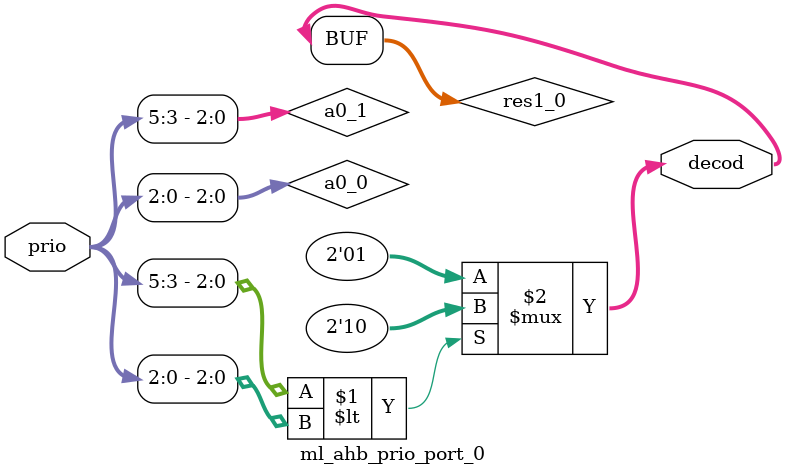
<source format=v>


module ml_ahb_prio_port_0(
   prio,
   decod
   );
   
input [5:0] prio;
output [1:0] decod;

wire [2:0] a0_0;
wire [2:0] a0_1;

wire [1:0] res1_0;

assign a0_0 = prio[2:0];
assign a0_1 = prio[5:3];

assign res1_0 = (a0_1 < a0_0 )?2'b10:2'b01;

assign decod = res1_0;

endmodule

</source>
